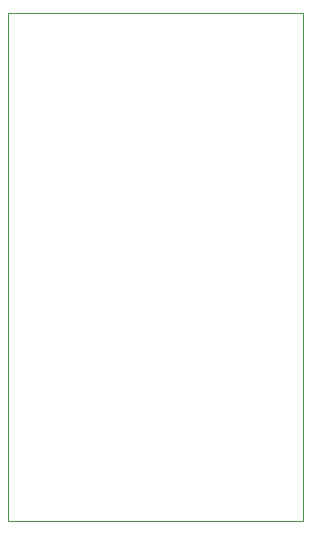
<source format=gbr>
%TF.GenerationSoftware,KiCad,Pcbnew,(5.1.8-0-10_14)*%
%TF.CreationDate,2021-03-30T15:30:47-04:00*%
%TF.ProjectId,TFT,5446542e-6b69-4636-9164-5f7063625858,rev?*%
%TF.SameCoordinates,PX989680PY32730a0*%
%TF.FileFunction,Profile,NP*%
%FSLAX46Y46*%
G04 Gerber Fmt 4.6, Leading zero omitted, Abs format (unit mm)*
G04 Created by KiCad (PCBNEW (5.1.8-0-10_14)) date 2021-03-30 15:30:47*
%MOMM*%
%LPD*%
G01*
G04 APERTURE LIST*
%TA.AperFunction,Profile*%
%ADD10C,0.050000*%
%TD*%
G04 APERTURE END LIST*
D10*
X25000000Y0D02*
X0Y0D01*
X25000000Y43000000D02*
X25000000Y0D01*
X0Y43000000D02*
X25000000Y43000000D01*
X0Y0D02*
X0Y43000000D01*
M02*

</source>
